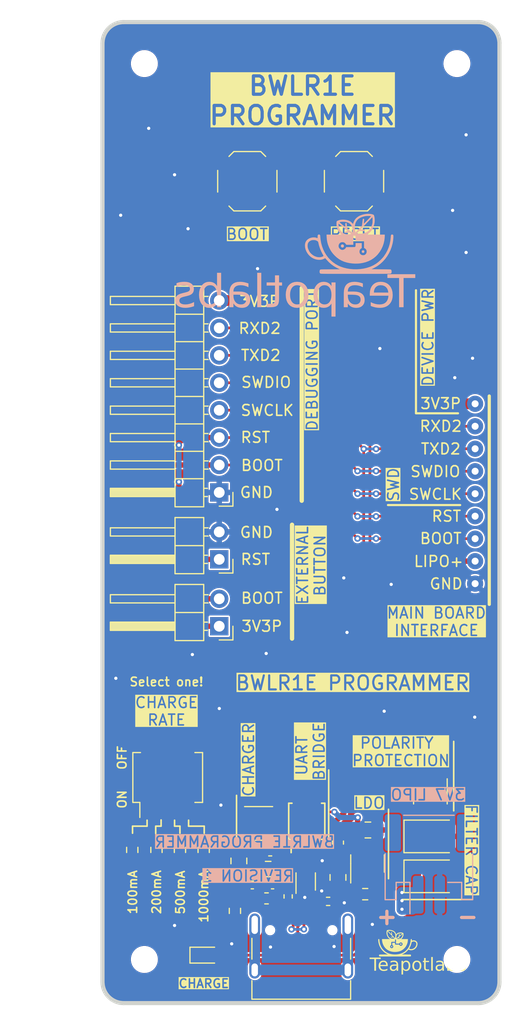
<source format=kicad_pcb>
(kicad_pcb (version 20221018) (generator pcbnew)
  (title_block (title "Teapotlabs BWLR1E Programmer") (date "2023-09-06") (rev "1") (company "Teapot Laboratories"))
  (layers (0 "F.Cu" signal) (31 "B.Cu" signal) (34 "B.Paste" user) (35 "F.Paste" user) (36 "B.SilkS" user "B.Silkscreen") (37 "F.SilkS" user "F.Silkscreen") (38 "B.Mask" user) (39 "F.Mask" user) (44 "Edge.Cuts" user))
  (net 0 "")
  (net 1 "GND")
  (net 2 "/RST")
  (net 3 "/SWDIO")
  (net 4 "/SWCLK")
  (net 5 "/RXD2")
  (net 6 "/TXD2")
  (net 7 "+3V3")
  (net 8 "/BOOT")
  (net 9 "Net-(BT1-+)")
  (net 10 "Net-(C4-Pad1)")
  (net 11 "Net-(C5-Pad1)")
  (net 12 "VBUS")
  (net 13 "+BATT")
  (net 14 "Net-(D1-K)")
  (net 15 "Net-(J1-CC1)")
  (net 16 "/D_IN+")
  (net 17 "/D_IN-")
  (net 19 "Net-(J1-CC2)")
  (net 21 "unconnected-(J1-SHIELD-PadS1)")
  (net 22 "Net-(R1-Pad1)")
  (net 23 "Net-(R2-Pad1)")
  (net 24 "Net-(R4-Pad1)")
  (net 25 "Net-(R3-Pad1)")
  (net 26 "Net-(U1-STAT)")
  (net 27 "Net-(U3-EN)")
  (net 28 "Net-(U1-PROG)")
  (net 29 "/D+")
  (net 30 "/D-")
  (net 35 "/3V3P")
  (footprint "Button_Switch_SMD:SW_SPST_TL3342" (layer "F.Cu") (at 151.45 67.9 180)
    (fp_text reference "SW2")
    (fp_text value "TL3342F160QG")
  )
  (footprint "Package_TO_SOT_SMD:SOT-23" (layer "F.Cu") (at 158.5366 124.9375 -90)
    (fp_text reference "Q1")
    (fp_text value "AO3407A")
  )
  (footprint "Capacitor_SMD:C_0805_2012Metric" (layer "F.Cu") (at 140.7668 130.871 90)
    (fp_text reference "C6")
    (fp_text value "10u")
  )
  (footprint "MountingHole:MountingHole_2.2mm_M2" (layer "F.Cu") (at 161 140)
    (fp_text reference "H4")
    (fp_text value "MountingHole")
  )
  (footprint "Resistor_SMD:R_0402_1005Metric" (layer "F.Cu") (at 149.0472 134.62)
    (fp_text reference "R6")
    (fp_text value "5.1K")
  )
  (footprint "LED_SMD:LED_0603_1608Metric" (layer "F.Cu") (at 137.7125 139.6)
    (fp_text reference "D1")
    (fp_text value "ORANGE")
  )
  (footprint "Resistor_SMD:R_0603_1608Metric" (layer "F.Cu") (at 152.4884 133.9494 180)
    (fp_text reference "R8")
    (fp_text value "10K")
  )
  (footprint "Capacitor_SMD:C_0402_1005Metric" (layer "F.Cu") (at 143.8936 133.096)
    (fp_text reference "C4")
    (fp_text value "10n")
  )
  (footprint "Resistor_SMD:R_0603_1608Metric" (layer "F.Cu") (at 130.875 129.85 -90)
    (fp_text reference "R1")
    (fp_text value "10K")
  )
  (footprint "MountingHole:MountingHole_2.2mm_M2" (layer "F.Cu") (at 132 140)
    (fp_text reference "H1")
    (fp_text value "MountingHole")
  )
  (footprint "Connector_PinHeader_2.54mm:PinHeader_1x08_P2.54mm_Horizontal" (layer "F.Cu") (at 138.9442 96.7318 180)
    (fp_text reference "J2")
    (fp_text value "PinHeader_1x08_P2.54mm_Horizontal")
  )
  (footprint "Inductor_SMD:L_0603_1608Metric" (layer "F.Cu") (at 143.3321 134.3406 180)
    (fp_text reference "FB1")
    (fp_text value "MMZ1608B601CTAH0")
  )
  (footprint "Package_TO_SOT_SMD:SOT-23-5" (layer "F.Cu") (at 143.0981 127.3962)
    (fp_text reference "U1")
    (fp_text value "MCP73831T-2ACI/OT")
  )
  (footprint "Connector_PinHeader_2.54mm:PinHeader_1x02_P2.54mm_Horizontal" (layer "F.Cu") (at 138.9442 102.9294 180)
    (fp_text reference "J3")
    (fp_text value "PinHeader_1x02_P2.54mm_Horizontal")
  )
  (footprint "Capacitor_Tantalum_SMD:CP_EIA-3528-15_AVX-H" (layer "F.Cu") (at 158.5462 128.5974)
    (fp_text reference "C1")
    (fp_text value "330u")
  )
  (footprint "Capacitor_Tantalum_SMD:CP_EIA-3528-15_AVX-H" (layer "F.Cu") (at 158.5462 132.2974)
    (fp_text reference "C2")
    (fp_text value "330u")
  )
  (footprint "MountingHole:MountingHole_2.2mm_M2" (layer "F.Cu") (at 132 57)
    (fp_text reference "H2")
    (fp_text value "MountingHole")
  )
  (footprint "MountingHole:MountingHole_2.2mm_M2" (layer "F.Cu") (at 161 57)
    (fp_text reference "H3")
    (fp_text value "MountingHole")
  )
  (footprint "Button_Switch_SMD:SW_SPST_TL3342" (layer "F.Cu") (at 141.55 67.9 180)
    (fp_text reference "SW3")
    (fp_text value "TL3342F160QG")
  )
  (footprint "Capacitor_SMD:C_0402_1005Metric" (layer "F.Cu") (at 142.014 133.096 180)
    (fp_text reference "C5")
    (fp_text value "100n")
  )
  (footprint "Package_SO:MSOP-10_3x3mm_P0.5mm" (layer "F.Cu") (at 147.066 127.2 90)
    (fp_text reference "U4")
    (fp_text value "CH340E")
  )
  (footprint "Button_Switch_SMD:SW_DIP_SPSTx04_Slide_Omron_A6H-4101_W6.15mm_P1.27mm" (layer "F.Cu") (at 134.1628 123.1408 90)
    (fp_text reference "SW1")
    (fp_text value "A6H-4101")
  )
  (footprint "Fuse:Fuse_0805_2012Metric" (layer "F.Cu") (at 143.4846 131.6228)
    (fp_text reference "F1")
    (fp_text value "0.75A")
  )
  (footprint "bwlr1e_prog:TeapotLogo4mm" (layer "F.Cu") (at 155.5 138.45)
    (fp_text reference "G***")
    (fp_text value "LOGO" hide)
  )
  (footprint "Capacitor_SMD:C_0805_2012Metric" (layer "F.Cu") (at 149.9616 132.4 -90)
    (fp_text reference "C7")
    (fp_text value "10u")
  )
  (footprint "bwlr1e_prog:USB_C_Receptacle_XKB_U262-16XN-4BVC11" (layer "F.Cu") (at 146.556 139.895)
    (fp_text reference "J1")
    (fp_text value "U262-161N-4BVC11")
  )
  (footprint "bwlr1e_prog:EdgeCut_BWLR1E" (layer "F.Cu") (at 149.8 96.032468)
    (fp_text reference "REF**")
    (fp_text value "EdgeCut_BWLR1E")
    (fp_line (start -21.684779 -40.911666) (end -21.684779 -40.911666) (stroke (width 0.380999)) (layer "Edge.Cuts"))
    (fp_line (start -21.684779 -40.911666) (end -21.684779 -40.911666) (stroke (width 0.380999)) (layer "Edge.Cuts"))
    (fp_line (start -21.684779 -40.911666) (end -21.682225 -41.012698) (stroke (width 0.380999)) (layer "Edge.Cuts"))
    (fp_line (start -21.684778 46.046731) (end -21.684779 -40.911666) (stroke (width 0.380999)) (layer "Edge.Cuts"))
    (fp_line (start -21.684778 46.046731) (end -21.684778 46.046731) (stroke (width 0.380999)) (layer "Edge.Cuts"))
    (fp_line (start -21.682225 -41.012698) (end -21.674643 -41.112403) (stroke (width 0.380999)) (layer "Edge.Cuts"))
    (fp_line (start -21.682223 46.147762) (end -21.684778 46.046731) (stroke (width 0.380999)) (layer "Edge.Cuts"))
    (fp_line (start -21.674643 -41.112403) (end -21.662158 -41.210658) (stroke (width 0.380999)) (layer "Edge.Cuts"))
    (fp_line (start -21.674642 46.247467) (end -21.682223 46.147762) (stroke (width 0.380999)) (layer "Edge.Cuts"))
    (fp_line (start -21.662158 -41.210658) (end -21.644892 -41.30734) (stroke (width 0.380999)) (layer "Edge.Cuts"))
    (fp_line (start -21.662156 46.345722) (end -21.674642 46.247467) (stroke (width 0.380999)) (layer "Edge.Cuts"))
    (fp_line (start -21.644892 -41.30734) (end -21.62297 -41.402326) (stroke (width 0.380999)) (layer "Edge.Cuts"))
    (fp_line (start -21.644891 46.442404) (end -21.662156 46.345722) (stroke (width 0.380999)) (layer "Edge.Cuts"))
    (fp_line (start -21.62297 -41.402326) (end -21.596513 -41.495492) (stroke (width 0.380999)) (layer "Edge.Cuts"))
    (fp_line (start -21.622968 46.537389) (end -21.644891 46.442404) (stroke (width 0.380999)) (layer "Edge.Cuts"))
    (fp_line (start -21.596513 -41.495492) (end -21.565647 -41.586715) (stroke (width 0.380999)) (layer "Edge.Cuts"))
    (fp_line (start -21.596512 46.630555) (end -21.622968 46.537389) (stroke (width 0.380999)) (layer "Edge.Cuts"))
    (fp_line (start -21.565647 -41.586715) (end -21.530494 -41.675872) (stroke (width 0.380999)) (layer "Edge.Cuts"))
    (fp_line (start -21.565646 46.721778) (end -21.596512 46.630555) (stroke (width 0.380999)) (layer "Edge.Cuts"))
    (fp_line (start -21.530494 -41.675872) (end -21.491177 -41.762839) (stroke (width 0.380999)) (layer "Edge.Cuts"))
    (fp_line (start -21.530492 46.810934) (end -21.565646 46.721778) (stroke (width 0.380999)) (layer "Edge.Cuts"))
    (fp_line (start -21.491177 -41.762839) (end -21.44782 -41.847493) (stroke (width 0.380999)) (layer "Edge.Cuts"))
    (fp_line (start -21.491175 46.897901) (end -21.530492 46.810934) (stroke (width 0.380999)) (layer "Edge.Cuts"))
    (fp_line (start -21.44782 -41.847493) (end -21.400546 -41.92971) (stroke (width 0.380999)) (layer "Edge.Cuts"))
    (fp_line (start -21.447818 46.982555) (end -21.491175 46.897901) (stroke (width 0.380999)) (layer "Edge.Cuts"))
    (fp_line (start -21.400546 -41.92971) (end -21.349479 -42.009367) (stroke (width 0.380999)) (layer "Edge.Cuts"))
    (fp_line (start -21.400544 47.064772) (end -21.447818 46.982555) (stroke (width 0.380999)) (layer "Edge.Cuts"))
    (fp_line (start -21.349479 -42.009367) (end -21.294741 -42.086341) (stroke (width 0.380999)) (layer "Edge.Cuts"))
    (fp_line (start -21.349477 47.144429) (end -21.400544 47.064772) (stroke (width 0.380999)) (layer "Edge.Cuts"))
    (fp_line (start -21.294741 -42.086341) (end -21.236457 -42.160508) (stroke (width 0.380999)) (layer "Edge.Cuts"))
    (fp_line (start -21.29474 47.221403) (end -21.349477 47.144429) (stroke (width 0.380999)) (layer "Edge.Cuts"))
    (fp_line (start -21.236457 -42.160508) (end -21.17475 -42.231746) (stroke (width 0.380999)) (layer "Edge.Cuts"))
    (fp_line (start -21.236456 47.295571) (end -21.29474 47.221403) (stroke (width 0.380999)) (layer "Edge.Cuts"))
    (fp_line (start -21.17475 -42.231746) (end -21.109742 -42.29993) (stroke (width 0.380999)) (layer "Edge.Cuts"))
    (fp_line (start -21.174748 47.366808) (end -21.236456 47.295571) (stroke (width 0.380999)) (layer "Edge.Cuts"))
    (fp_line (start -21.109742 -42.29993) (end -21.041558 -42.364938) (stroke (width 0.380999)) (layer "Edge.Cuts"))
    (fp_line (start -21.109741 47.434993) (end -21.174748 47.366808) (stroke (width 0.380999)) (layer "Edge.Cuts"))
    (fp_line (start -21.041558 -42.364938) (end -20.97032 -42.426645) (stroke (width 0.380999)) (layer "Edge.Cuts"))
    (fp_line (start -21.041556 47.5) (end -21.109741 47.434993) (stroke (width 0.380999)) (layer "Edge.Cuts"))
    (fp_line (start -20.97032 -42.426645) (end -20.896153 -42.484929) (stroke (width 0.380999)) (layer "Edge.Cuts"))
    (fp_line (start -20.970319 47.561708) (end -21.041556 47.5) (stroke (width 0.380999)) (layer "Edge.Cuts"))
    (fp_line (start -20.896153 -42.484929) (end -20.819179 -42.539667) (stroke (width 0.380999)) (layer "Edge.Cuts"))
    (fp_line (start -20.896152 47.619992) (end -20.970319 47.561708) (stroke (width 0.380999)) (layer "Edge.Cuts"))
    (fp_line (start -20.819179 -42.539667) (end -20.739522 -42.590734) (stroke (width 0.380999)) (layer "Edge.Cuts"))
    (fp_line (start -20.819177 47.67473) (end -20.896152 47.619992) (stroke (width 0.380999)) (layer "Edge.Cuts"))
    (fp_line (start -20.739522 -42.590734) (end -20.657304 -42.638008) (stroke (width 0.380999)) (layer "Edge.Cuts"))
    (fp_line (start -20.73952 47.725797) (end -20.819177 47.67473) (stroke (width 0.380999)) (layer "Edge.Cuts"))
    (fp_line (start -20.657304 -42.638008) (end -20.572651 -42.681365) (stroke (width 0.380999)) (layer "Edge.Cuts"))
    (fp_line (start -20.657303 47.773071) (end -20.73952 47.725797) (stroke (width 0.380999)) (layer "Edge.Cuts"))
    (fp_line (start -20.572651 -42.681365) (end -20.485684 -42.720681) (stroke (width 0.380999)) (layer "Edge.Cuts"))
    (fp_line (start -20.572649 47.816429) (end -20.657303 47.773071) (stroke (width 0.380999)) (layer "Edge.Cuts"))
    (fp_line (start -20.485684 -42.720681) (end -20.396527 -42.755835) (stroke (width 0.380999)) (layer "Edge.Cuts"))
    (fp_line (start -20.485683 47.855746) (end -20.572649 47.816429) (stroke (width 0.380999)) (layer "Edge.Cuts"))
    (fp_line (start -20.396527 -42.755835) (end -20.305304 -42.786701) (stroke (width 0.380999)) (layer "Edge.Cuts"))
    (fp_line (start -20.396526 47.890899) (end -20.485683 47.855746) (stroke (width 0.380999)) (layer "Edge.Cuts"))
    (fp_line (start -20.305304 -42.786701) (end -20.212138 -42.813157) (stroke (width 0.380999)) (layer "Edge.Cuts"))
    (fp_line (start -20.305303 47.921766) (end -20.396526 47.890899) (stroke (width 0.380999)) (layer "Edge.Cuts"))
    (fp_line (start -20.212138 -42.813157) (end -20.117152 -42.83508) (stroke (width 0.380999)) (layer "Edge.Cuts"))
    (fp_line (start -20.212137 47.948222) (end -20.305303 47.921766) (stroke (width 0.380999)) (layer "Edge.Cuts"))
    (fp_line (start -20.117152 -42.83508) (end -20.02047 -42.852346) (stroke (width 0.380999)) (layer "Edge.Cuts"))
    (fp_line (start -20.117151 47.970145) (end -20.212137 47.948222) (stroke (width 0.380999)) (layer "Edge.Cuts"))
    (fp_line (start -20.02047 -42.852346) (end -19.922215 -42.864831) (stroke (width 0.380999)) (layer "Edge.Cuts"))
    (fp_line (start -20.020469 47.98741) (end -20.117151 47.970145) (stroke (width 0.380999)) (layer "Edge.Cuts"))
    (fp_line (start -19.922215 -42.864831) (end -19.82251 -42.872413) (stroke (width 0.380999)) (layer "Edge.Cuts"))
    (fp_line (start -19.922213 47.999896) (end -20.020469 47.98741) (stroke (width 0.380999)) (layer "Edge.Cuts"))
    (fp_line (start -19.82251 -42.872413) (end -19.721479 -42.874967) (stroke (width 0.380999)) (layer "Edge.Cuts"))
    (fp_line (start -19.822509 48.007478) (end -19.922213 47.999896) (stroke (width 0.380999)) (layer "Edge.Cuts"))
    (fp_line (start -19.721479 -42.874967) (end -19.721479 -42.874967) (stroke (width 0.380999)) (layer "Edge.Cuts"))
    (fp_line (start -19.721479 -42.874967) (end 13.179921 -42.874967) (stroke (width 0.380999)) (layer "Edge.Cuts"))
    (fp_line (start -19.721477 48.010032) (end -19.822509 48.007478) (stroke (width 0.380999)) (layer "Edge.Cuts"))
    (fp_line (start -19.721477 48.010032) (end -19.721477 48.010032) (stroke (width 0.380999)) (layer "Edge.Cuts"))
    (fp_line (start 13.179921 -42.874967) (end 13.179921 -42.874967) (stroke (width 0.380999)) (layer "Edge.Cuts"))
    (fp_line (start 13.179921 -42.874967) (end 13.277275 -42.872554) (stroke (width 0.380999)) (layer "Edge.Cuts"))
    (fp_line (start 13.179921 48.010032) (end -19.721477 48.010032) (stroke (width 0.380999)) (layer "Edge.Cuts"))
    (fp_line (start 13.179921 48.010032) (end 13.179921 48.010032) (stroke (width 0.380999)) (layer "Edge.Cuts"))
    (fp_line (start 13.277275 -42.872554) (end 13.373969 -42.86536) (stroke (width 0.380999)) (layer "Edge.Cuts"))
    (fp_line (start 13.280952 48.007478) (end 13.179921 48.010032) (stroke (width 0.380999)) (layer "Edge.Cuts"))
    (fp_line (start 13.373969 -42.86536) (end 13.469841 -42.853451) (stroke (width 0.380999)) (layer "Edge.Cuts"))
    (fp_line (start 13.380657 47.999896) (end 13.280952 48.007478) (stroke (width 0.380999)) (layer "Edge.Cuts"))
    (fp_line (start 13.469841 -42.853451) (end 13.564731 -42.836894) (stroke (width 0.380999)) (layer "Edge.Cuts"))
    (fp_line (start 13.478912 47.98741) (end 13.380657 47.999896) (stroke (width 0.380999)) (layer "Edge.Cuts"))
    (fp_line (start 13.564731 -42.836894) (end 13.658477 -42.815756) (stroke (width 0.380999)) (layer "Edge.Cuts"))
    (fp_line (start 13.575594 47.970145) (end 13.478912 47.98741) (stroke (width 0.380999)) (layer "Edge.Cuts"))
    (fp_line (start 13.658477 -42.815756) (end 13.750918 -42.790103) (stroke (width 0.380999)) (layer "Edge.Cuts"))
    (fp_line (start 13.67058 47.948222) (end 13.575594 47.970145) (stroke (width 0.380999)) (layer "Edge.Cuts"))
    (fp_line (start 13.750918 -42.790103) (end 13.841895 -42.760002) (stroke (width 0.380999)) (layer "Edge.Cuts"))
    (fp_line (start 13.763746 47.921766) (end 13.67058 47.948222) (stroke (width 0.380999)) (layer "Edge.Cuts"))
    (fp_line (start 13.841895 -42.760002) (end 13.931245 -42.72552) (stroke (width 0.380999)) (layer "Edge.Cuts"))
    (fp_line (start 13.85497 47.890899) (end 13.763746 47.921766) (stroke (width 0.380999)) (layer "Edge.Cuts"))
    (fp_line (start 13.931245 -42.72552) (end 14.018807 -42.686723) (stroke (width 0.380999)) (layer "Edge.Cuts"))
    (fp_line (start 13.944126 47.855746) (end 13.85497 47.890899) (stroke (width 0.380999)) (layer "Edge.Cuts"))
    (fp_line (start 14.018807 -42.686723) (end 14.104422 -42.643678) (stroke (width 0.380999)) (layer "Edge.Cuts"))
    (fp_line (start 14.031093 47.816429) (end 13.944126 47.855746) (stroke (width 0.380999)) (layer "Edge.Cuts"))
    (fp_line (start 14.104422 -42.643678) (end 14.187927 -42.596451) (stroke (width 0.380999)) (layer "Edge.Cuts"))
    (fp_line (start 14.115747 47.773071) (end 14.031093 47.816429) (stroke (width 0.380999)) (layer "Edge.Cuts"))
    (fp_line (start 14.187927 -42.596451) (end 14.269163 -42.54511) (stroke (width 0.380999)) (layer "Edge.Cuts"))
    (fp_line (start 14.197964 47.725797) (end 14.115747 47.773071) (stroke (width 0.380999)) (layer "Edge.Cuts"))
    (fp_line (start 14.269163 -42.54511) (end 14.347967 -42.48972) (stroke (width 0.380999)) (layer "Edge.Cuts"))
    (fp_line (start 14.277621 47.67473) (end 14.197964 47.725797) (stroke (width 0.380999)) (layer "Edge.Cuts"))
    (fp_line (start 14.347967 -42.48972) (end 14.42418 -42.430349) (stroke (width 0.380999)) (layer "Edge.Cuts"))
    (fp_line (start 14.354595 47.619992) (end 14.277621 47.67473) (stroke (width 0.380999)) (layer "Edge.Cuts"))
    (fp_line (start 14.42418 -42.430349) (end 14.49764 -42.367064) (stroke (width 0.380999)) (layer "Edge.Cuts"))
    (fp_line (start 14.428762 47.561708) (end 14.354595 47.619992) (stroke (width 0.380999)) (layer "Edge.Cuts"))
    (fp_line (start 14.49764 -42.367064) (end 14.568186 -42.29993) (stroke (width 0.380999)) (layer "Edge.Cuts"))
    (fp_line (start 14.5 47.5) (end 14.428762 47.561708) (stroke (width 0.380999)) (layer "Edge.Cuts"))
    (fp_line (start 14.568184 47.434993) (end 14.5 47.5) (stroke (width 0.380999)) (layer "Edge.Cuts"))
    (fp_line (start 14.568186 -42.29993) (end 14.568186 -42.29993) (stroke (width 0.380999)) (layer "Edge.Cuts"))
    (fp_line (start 14.568186 -42.29993) (end 14.635319 -42.229384) (stroke (width 0.380999)) (layer "Edge.Cuts"))
    (fp_line (start 14.633192 47.366808) (end 14.568184 47.434993) (stroke (width 0.380999)) (layer "Edge.Cuts"))
    (fp_line (start 14.635319 -42.229384) (end 14.698604 -42.155924) (stroke (width 0.380999)) (layer "Edge.Cuts"))
    (fp_line (start 14.694899 47.295571) (end 14.633192 47.366808) (stroke (width 0.380999)) (layer "Edge.Cuts"))
    (fp_line (start 14.698604 -42.155924) (end 14.757974 -42.079711) (stroke (width 0.380999)) (layer "Edge.Cuts"))
    (fp_line (start 14.753183 47.221403) (end 14.694899 47.295571) (stroke (width 0.380999)) (layer "Edge.Cuts"))
    (fp_line (start 14.757974 -42.079711) (end 14.813363 -42.000907) (stroke (width 0.380999)) (layer "Edge.Cuts"))
    (fp_line (start 14.807921 47.144429) (end 14.753183 47.221403) (stroke (width 0.380999)) (layer "Edge.Cuts"))
    (fp_line (start 14.813363 -42.000907) (end 14.864705 -41.919671) (stroke (width 0.380999)) (layer "Edge.Cuts"))
    (fp_line (start 14.858988 47.064772) (end 14.807921 47.144429) (stroke (width 0.380999)) (layer "Edge.Cuts"))
    (fp_line (start 14.864705 -41.919671) (end 14.911931 -41.836166) (stroke (width 0.380999)) (layer "Edge.Cuts"))
    (fp_line (start 14.906262 46.982555) (end 14.858988 47.064772) (stroke (width 0.380999)) (layer "Edge.Cuts"))
    (fp_line (start 14.911931 -41.836166) (end 14.954976 -41.750552) (stroke (width 0.380999)) (layer "Edge.Cuts"))
    (fp_line (start 14.949619 46.897901) (end 14.906262 46.982555) (stroke (width 0.380999)) (layer "Edge.Cuts"))
    (fp_line (start 14.954976 -41.750552) (end 14.993773 -41.662989) (stroke (width 0.380999)) (layer "Edge.Cuts"))
    (fp_line (start 14.988936 46.810934) (end 14.949619 46.897901) (stroke (width 0.380999)) (layer "Edge.Cuts"))
    (fp_line (start 14.993773 -41.662989) (end 15.028256 -41.573639) (stroke (width 0.380999)) (layer "Edge.Cuts"))
    (fp_line (start 15.024089 46.721778) (end 14.988936 46.810934) (stroke (width 0.380999)) (layer "Edge.Cuts"))
    (fp_line (start 15.028256 -41.573639) (end 15.058357 -41.482663) (stroke (width 0.380999)) (layer "Edge.Cuts"))
    (fp_line (start 15.054955 46.630555) (end 15.024089 46.721778) (stroke (width 0.380999)) (layer "Edge.Cuts"))
    (fp_line (start 15.058357 -41.482663) (end 15.08401 -41.390222) (stroke (width 0.380999)) (layer "Edge.Cuts"))
    (fp_line (start 15.081412 46.537389) (end 15.054955 46.630555) (stroke (width 0.380999)) (layer "Edge.Cuts"))
    (fp_line (start 15.08401 -41.390222) (end 15.105148 -41.296476) (stroke (width 0.380999)) (layer "Edge.Cuts"))
    (fp_line (start 15.103334 46.442404) (end 15.081412 46.537389) (stroke (width 0.380999)) (layer "Edge.Cuts"))
    (fp_line (start 15.105148 -41.296476) (end 15.121705 -41.201587) (stroke (width 0.380999)) (layer "Edge.Cuts"))
    (fp_line (start 15.1206 46.345722) (end 15.103334 46.442404) (stroke (width 0.380999)) (layer "Edge.Cuts"))
    (fp_line (start 15.121705 -41.201587) (end 15.133614 -41.105715) (stroke (width 0.380999)) (layer "Edge.Cuts"))
    (fp_line (start 15.133085 46.247467) (end 15.1206 46.345722) (stroke (width 0.380999)) (layer "Edge.Cuts"))
    (fp_line (start 15.133614 -41.105715) (end 15.140809 -41.009021) (stroke (width 0.380999)) (layer "Edge.Cuts"))
    (fp_line (start 15.140667 46.147762) (end 15.133085 46.247467) (stroke (width 0.380999)) (layer "Edge.Cuts"))
    (fp_line (start 15.140809 -41.009021) (end 15.143222 -40.911666) (stroke (width 0.380999)) (layer "Edge.Cuts"))
    (fp_line (start 15.143222 -40.911666) (end 15.143222 -40.911666) (stroke (width 0.380999)) (layer "Edge.Cuts"))
    (fp_line (start 15.143222 -40.911666) (end 15.143222 46.046731) (stroke (width 0.380999)) (layer "Edge.Cuts"))
    (fp_line (start 15.143222 46.046731) (end 15.140667 46.147762) (stroke (width 0.380999)) (layer "Edge.Cuts"))
    (fp_line (start 15.143222 46.046731) (end 15.143222 46.046731) (stroke (width 0.380999)) (layer "Edge.Cuts"))
  )
  (footprint "Resistor_SMD:R_0402_1005Metric" (layer "F.Cu") (at 145.3388 134.1608 90)
    (fp_text reference "R5")
    (fp_text value "5.1K")
  )
  (footprint "Capacitor_SMD:C_0603_1608Metric" (layer "F.Cu") (at 149.9616 129.1714 -90)
    (fp_text reference "C9")
    (fp_text value "100n")
  )
  (footprint "Resistor_SMD:R_0603_1608Metric" (layer "F.Cu") (at 133.1194 129.85 -90)
    (fp_text reference "R2")
    (fp_text value "5.1K")
  )
  (footprint "Capacitor_SMD:C_0805_2012Metric" (layer "F.Cu") (at 152.7404 128.0058 180)
    (fp_text reference "C8")
    (fp_text value "10u")
  )
  (footprint "Connector_PinHeader_2.54mm:PinHeader_1x02_P2.54mm_Horizontal" (layer "F.Cu") (at 138.9442 109.127 180)
    (fp_text reference "J4")
    (fp_text value "PinHeader_1x02_P2.54mm_Horizontal")
  )
  (footprint "Resistor_SMD:R_0603_1608Metric" (layer "F.Cu") (at 135.3 129.85 -90)
    (fp_text reference "R3")
    (fp_text value "2K")
  )
  (footprint "Package_TO_SOT_SMD:SOT-23-5" (layer "F.Cu") (at 152.7048 131.1101 90)
    (fp_text reference "U3")
    (fp_text value "XC6220B331MR-G")
  )
  (footprint "Resistor_SMD:R_0603_1608Metric" (layer "F.Cu") (at 140.4 135.5 -90)
    (fp_text reference "R7")
    (fp_text value "1K")
  )
  (footprint "Resistor_SMD:R_0603_1608Metric" (layer "F.Cu") (at 137.5 129.85 -90)
    (fp_text reference "R4")
    (fp_text value "1K")
  )
  (footprint "Package_TO_SOT_SMD:SOT-666" (layer "F.Cu") (at 146.9685 132.7776 90)
    (fp_text reference "U2")
    (fp_text value "USBLC6-2P6")
  )
  (footprint "Capacitor_SMD:C_0603_1608Metric" (layer "F.Cu") (at 143.6748 129.8956 180)
    (fp_text reference "C3")
    (fp_text value "10u")
  )
  (footprint "bwlr1e_prog:JST_PH_S2B-PH-SM4-TB_1x02-1MP_P2.00mm_Horizontal" (layer "B.Cu") (at 158.4 131.15)
    (fp_text reference "BT1")
    (fp_text value "S2B-PH-SM4-TB")
  )
  (footprint "bwlr1e_prog:90055-AS" (layer "B.Cu") (at 162.687 105.1814 -90)
    (fp_text reference "TP9")
    (fp_text value "90055-AS")
  )
  (footprint "bwlr1e_prog:90055-AS" (layer "B.Cu") (at 162.687 90.6018 -90)
    (fp_text reference "TP4")
    (fp_text value "90055-AS")
  )
  (footprint "bwlr1e_prog:90055-AS" (layer "B.Cu") (at 162.687 88.519 180)
    (fp_text reference "TP1")
    (fp_text value "90055-AS")
  )
  (footprint "bwlr1e_prog:TeapotLogo" (layer "B.Cu") (at 151.472433 73.631975 180)
    (fp_text reference "G***")
    (fp_text value "LOGO" hide)
  )
  (footprint "bwlr1e_prog:90055-AS" (layer "B.Cu") (at 162.687 98.933 -90)
    (fp_text reference "TP6")
    (fp_text value "90055-AS")
  )
  (footprint "bwlr1e_prog:90055-AS" (layer "B.Cu") (at 162.687 92.6846 -90)
    (fp_text reference "TP3")
    (fp_text value "90055-AS")
  )
  (footprint "bwlr1e_prog:90055-AS" (layer "B.Cu") (at 162.687 103.0986 -90)
    (fp_text reference "TP2")
    (fp_text value "90055-AS")
  )
  (footprint "bwlr1e_prog:90055-AS" (layer "B.Cu") (at 162.687 96.8502 -90)
    (fp_text reference "TP7")
    (fp_text value "90055-AS")
  )
  (footprint "bwlr1e_prog:90055-AS" (layer "B.Cu") (at 162.687 101.0158 90)
    (fp_text reference "TP5")
    (fp_text value "90055-AS")
  )
  (footprint "bwlr1e_prog:90055-AS" (layer "B.Cu") (at 162.687 94.7674 -90)
    (fp_text reference "TP8")
    (fp_text value "90055-AS")
  )
  (gr_line (start 135.3 127.65) (end 135.3 128.3) (stroke (width 0.15)) (layer "F.SilkS"))
  (gr_line (start 130.9 127.65) (end 130.9 128.3) (stroke (width 0.15)) (layer "F.SilkS"))
  (gr_line (start 132.25 127.65) (end 130.9 127.65) (stroke (width 0.15)) (layer "F.SilkS"))
  (gr_line (start 132.25 127.1) (end 132.25 127.65) (stroke (width 0.15)) (layer "F.SilkS"))
  (gr_line (start 154.65 126.0875) (end 154.65 132.5125) (stroke (width 0.15)) (layer "F.SilkS"))
  (gr_line (start 149.1 122.4484) (end 149.1 128.8734) (stroke (width 0.15)) (layer "F.SilkS"))
  (gr_line (start 133.55 127.075) (end 133.55 127.625) (stroke (width 0.15)) (layer "F.SilkS"))
  (gr_line (start 133.55 127.65) (end 133.05 127.65) (stroke (width 0.15)) (layer "F.SilkS"))
  (gr_line (start 164 107.1) (end 164 87.8) (stroke (width 0.3)) (layer "F.SilkS"))
  (gr_line (start 136.1 127.65) (end 137.55 127.65) (stroke (width 0.15)) (layer "F.SilkS"))
  (gr_line (start 155.925 134.45) (end 162.35 134.45) (stroke (width 0.15)) (layer "F.SilkS"))
  (gr_line (start 136.1 127.1) (end 136.1 127.65) (stroke (width 0.15)) (layer "F.SilkS"))
  (gr_line (start 154.6 97.9) (end 161.3 97.9) (stroke (width 0.2)) (layer "F.SilkS"))
  (gr_line (start 133.05 127.675) (end 133.05 128.325) (stroke (width 0.15)) (layer "F.SilkS"))
  (gr_line (start 160.7 119.8) (end 160.7 126.225) (stroke (width 0.15)) (layer "F.SilkS"))
  (gr_line (start 157.2 89.4) (end 161.1 89.4) (stroke (width 0.2)) (layer "F.SilkS"))
  (gr_line (start 134.8 127.65) (end 135.3 127.65) (stroke (width 0.15)) (layer "F.SilkS"))
  (gr_line (start 137.55 127.65) (end 137.55 128.3) (stroke (width 0.15)) (layer "F.SilkS"))
  (gr_line (start 134.8 127.1) (end 134.8 127.65) (stroke (width 0.15)) (layer "F.SilkS"))
  (gr_line (start 145.7 110.275) (end 145.7 99.725) (stroke (width 0.4)) (layer "F.SilkS"))
  (gr_line (start 140.55 124.8) (end 140.55 128.95) (stroke (width 0.15)) (layer "F.SilkS"))
  (gr_line (start 157.2 89.4) (end 157.2 78) (stroke (width 0.2)) (layer "F.SilkS"))
  (gr_line (start 146.6 97.5) (end 146.6 77.8) (stroke (width 0.4)) (layer "F.SilkS"))
  (gr_text "Teapotlabs" (at 157.122433 80.081975) (layer "B.SilkS") (effects (font (size 3 3)) (justify left bottom mirror)))
  (gr_text "-" (at 162 136) (layer "B.SilkS") (effects (font (size 1.5 1.5) (thickness 0.3)) (justify mirror)))
  (gr_text "REVISION 1" (at 145.95 132.85) (layer "B.SilkS" knockout) (effects (font (size 1 1)) (justify left bottom mirror)))
  (gr_text "+" (at 154.5 136) (layer "B.SilkS") (effects (font (size 1.5 1.5) (thickness 0.3)) (justify mirror)))
  (gr_text "3V7 LIPO" (at 158.3 124.75) (layer "B.SilkS" knockout) (effects (font (size 1 1)) (justify mirror)))
  (gr_text "BWLR1E PROGRAMMER" (at 149.75 129.7) (layer "B.SilkS" knockout) (effects (font (size 1 1)) (justify left bottom mirror)))
  (gr_text "3V3P" (at 142.7 79.03) (layer "F.SilkS") (effects (font (size 1 1))))
  (gr_text "UART \nBRIDGE" (at 148.8 120.7234 90) (layer "F.SilkS" knockout) (effects (font (size 1 1)) (justify bottom)))
  (gr_text "POLARITY \nPROTECTION" (at 155.8 122.15) (layer "F.SilkS" knockout) (effects (font (size 1 1)) (justify bottom)))
  (gr_text "100mA" (at 131.383 135.8814 90) (layer "F.SilkS") (effects (font (size 0.8 0.8)) (justify left bottom)))
  (gr_text "Teapotlabs" (at 152.9 141.25) (layer "F.SilkS") (effects (font (size 1.2 1.2)) (justify left bottom)))
  (gr_text "RXD2" (at 159.5 90.6) (layer "F.SilkS") (effects (font (size 1 1))))
  (gr_text "SWCLK" (at 159 96.9) (layer "F.SilkS") (effects (font (size 1 1))))
  (gr_text "EXTERNAL\nBUTTON" (at 148.875 103.5 90) (layer "F.SilkS" knockout) (effects (font (size 1 1)) (justify bottom)))
  (gr_text "OFF" (at 130.4 122.5 90) (layer "F.SilkS") (effects (font (size 0.8 0.8)) (justify left bottom)))
  (gr_text "TXD2" (at 142.8 84.03) (layer "F.SilkS") (effects (font (size 1 1))))
  (gr_text "RESET" (at 149.15 73.4) (layer "F.SilkS" knockout) (effects (font (size 1 1)) (justify left bottom)))
  (gr_text "SWCLK" (at 143.4 89.13) (layer "F.SilkS") (effects (font (size 1 1))))
  (gr_text "RST" (at 160.02 98.933) (layer "F.SilkS") (effects (font (size 1 1))))
  (gr_text "1000mA" (at 137.9826 136.6688 90) (layer "F.SilkS") (effects (font (size 0.8 0.8)) (justify left bottom)))
  (gr_text "RST" (at 142.3 91.63) (layer "F.SilkS") (effects (font (size 1 1))))
  (gr_text "BWLR1E PROGRAMMER" (at 140.35 115.15) (layer "F.SilkS" knockout) (effects (font (size 1.3 1.3) (thickness 0.2)) (justify left bottom)))
  (gr_text "200mA" (at 133.602 135.8814 90) (layer "F.SilkS") (effects (font (size 0.8 0.8)) (justify left bottom)))
  (gr_text "GND" (at 142.4 96.73) (layer "F.SilkS") (effects (font (size 1 1))))
  (gr_text "GND" (at 160 105.2) (layer "F.SilkS") (effects (font (size 1 1))))
  (gr_text "CHARGE" (at 137.5125 142.7) (layer "F.SilkS" knockout) (effects (font (size 0.8 0.8)) (justify bottom)))
  (gr_text "Select one!" (at 134.05 114.75) (layer "F.SilkS") (effects (font (size 0.8 0.8)) (justify bottom)))
  (gr_text "500mA" (at 135.808 135.9068 90) (layer "F.SilkS") (effects (font (size 0.8 0.8)) (justify left bottom)))
  (gr_text "BWLR1E\nPROGRAMMER" (at 146.65 62.8) (layer "F.SilkS" knockout) (effects (font (size 1.7 1.7) (thickness 0.3) bold) (justify bottom)))
  (gr_text "CHARGE\nRATE" (at 134.05 118.4) (layer "F.SilkS" knockout) (effects (font (size 1 1)) (justify bottom)))
  (gr_text "TXD2" (at 159.5 92.7) (layer "F.SilkS") (effects (font (size 1 1))))
  (gr_text "RST" (at 142.3 102.93) (layer "F.SilkS") (effects (font (size 1 1))))
  (gr_text "LIPO+" (at 159.3 103.124) (layer "F.SilkS") (effects (font (size 1 1))))
  (gr_text "SWDIO" (at 159 94.8) (layer "F.SilkS") (effects (font (size 1 1))))
  (gr_text "GND" (at 142.4 100.43) (layer "F.SilkS") (effects (font (size 1 1))))
  (gr_text "3V3P" (at 142.9 109.13) (layer "F.SilkS") (effects (font (size 1 1))))
  (gr_text "3V3P" (at 159.5 88.5) (layer "F.SilkS") (effects (font (size 1 1))))
  (gr_text "FILTER CAP" (at 161.75 129.85 -90) (layer "F.SilkS" knockout) (effects (font (size 1 1)) (justify bottom)))
  (gr_text "BOOT" (at 139.5 73.4) (layer "F.SilkS" knockout) (effects (font (size 1 1)) (justify left bottom)))
  (gr_text "DEVICE PWR" (at 158.9 87 90) (layer "F.SilkS" knockout) (effects (font (size 1 1)) (justify left bottom)))
  (gr_text "MAIN BOARD\nINTERFACE" (at 159.1 110.1) (layer "F.SilkS" knockout) (effects (font (size 1 1)) (justify bottom)))
  (gr_text "LDO" (at 152.85 126.1) (layer "F.SilkS" knockout) (effects (font (size 1 1)) (justify bottom)))
  (gr_text "BOOT" (at 142.9 106.53) (layer "F.SilkS") (effects (font (size 1 1))))
  (gr_text "BOOT" (at 159.5 101) (layer "F.SilkS") (effects (font (size 1 1))))
  (gr_text "RXD2" (at 142.7 81.53) (layer "F.SilkS") (effects (font (size 1 1))))
  (gr_text "CHARGER" (at 142.25 121.5 90) (layer "F.SilkS" knockout) (effects (font (size 1 1)) (justify bottom)))
  (gr_text "SWD" (at 155.7 96 90) (layer "F.SilkS" knockout) (effects (font (size 1 1)) (justify bottom)))
  (gr_text "ON" (at 130.4 126.1 90) (layer "F.SilkS") (effects (font (size 0.8 0.8)) (justify left bottom)))
  (gr_text "SWDIO" (at 143.3 86.53) (layer "F.SilkS") (effects (font (size 1 1))))
  (gr_text "BOOT" (at 142.9 94.23) (layer "F.SilkS") (effects (font (size 1 1))))
  (gr_text "DEBUGGING PORT" (at 148.15 84.5 90) (layer "F.SilkS" knockout) (effects (font (size 1 1)) (justify bottom)))
  (segment (start 146.9685 133.7026) (end 146.9685 134.162) (width 0.25) (layer "F.Cu") (net 1))
  (segment (start 146.9685 134.162) (end 146.8805 134.25) (width 0.25) (layer "F.Cu") (net 1))
  (via (at 148.5 130.85) (size 0.6) (drill 0.3) (layers "F.Cu" "B.Cu") (net 1))
  (via (at 143.7 138.85) (size 0.6) (drill 0.3) (layers "F.Cu" "B.Cu") (net 1))
  (via (at 160.6 70.6) (size 0.6) (drill 0.3) (layers "F.Cu" "B.Cu") (net 1))
  (via (at 140.1 138.55) (size 0.6) (drill 0.3) (layers "F.Cu" "B.Cu") (net 1))
  (via (at 150.55 134.75) (size 0.6) (drill 0.3) (layers "F.Cu" "B.Cu") (net 1))
  (via (at 149.6 138.8) (size 0.6) (drill 0.3) (layers "F.Cu" "B.Cu") (net 1))
  (via (at 162.45 84.3) (size 0.6) (drill 0.3) (layers "F.Cu" "B.Cu") (net 1))
  (via (at 161.85 63.6) (size 0.6) (drill 0.3) (layers "F.Cu" "B.Cu") (net 1))
  (via (at 134.8 136.85) (size 0.6) (drill 0.3) (layers "F.Cu" "B.Cu") (net 1))
  (via (at 129.35 113.95) (size 0.6) (drill 0.3) (layers "F.Cu" "B.Cu") (net 1))
  (via (at 162.65 117.55) (size 0.6) (drill 0.3) (layers "F.Cu" "B.Cu") (net 1))
  (via (at 134.8 67.3) (size 0.6) (drill 0.3) (layers "F.Cu" "B.Cu") (net 1))
  (via (at 154.25 117) (size 0.6) (drill 0.3) (layers "F.Cu" "B.Cu") (net 1))
  (via (at 153.85 83.4) (size 0.6) (drill 0.3) (layers "F.Cu" "B.Cu") (net 1))
  (via (at 144.3 98.3) (size 0.6) (drill 0.3) (layers "F.Cu" "B.Cu") (net 1))
  (via (at 150.5 104.65) (size 0.6) (drill 0.3) (layers "F.Cu" "B.Cu") (net 1))
  (via (at 160.8 86.1) (size 0.6) (drill 0.3) (layers "F.Cu" "B.Cu") (net 1))
  (via (at 161.85 74.5) (size 0.6) (drill 0.3) (layers "F.Cu" "B.Cu") (net 1))
  (via (at 154.9 105.25) (size 0.6) (drill 0.3) (layers "F.Cu" "B.Cu") (net 1))
  (via (at 138.95 116.75) (size 0.6) (drill 0.3) (layers "F.Cu" "B.Cu") (net 1))
  (via (at 148.45 133.65) (size 0.6) (drill 0.3) (layers "F.Cu" "B.Cu") (net 1))
  (via (at 142.5 76) (size 0.6) (drill 0.3) (layers "F.Cu" "B.Cu") (net 1))
  (via (at 136.45 111.75) (size 0.6) (drill 0.3) (layers "F.Cu" "B.Cu") (net 1))
  (via (at 129.8 71.05) (size 0.6) (drill 0.3) (layers "F.Cu" "B.Cu") (net 1))
  (via (at 139.1 125.7) (size 0.6) (drill 0.3) (layers "F.Cu" "B.Cu") (net 1))
  (via (at 146.8805 134.25) (size 0.6) (drill 0.3) (layers "F.Cu" "B.Cu") (net 1))
  (via (at 153.15 136.75) (size 0.6) (drill 0.3) (layers "F.Cu" "B.Cu") (net 1))
  (via (at 132.4 63) (size 0.6) (drill 0.3) (layers "F.Cu" "B.Cu") (net 1))
  (via (at 136.05 72.3) (size 0.6) (drill 0.3) (layers "F.Cu" "B.Cu") (net 1))
  (via (at 150.8 109.7) (size 0.6) (drill 0.3) (layers "F.Cu" "B.Cu") (net 1))
  (via (at 143.3 111.65) (size 0.6) (drill 0.3) (layers "F.Cu" "B.Cu") (net 1))
  (segment (start 135.2 90.25) (end 135.2 91.15) (width 0.5) (layer "F.Cu") (net 2))
  (segment (start 136 91.65) (end 135.2 91.65) (width 0.5) (layer "F.Cu") (net 2))
  (segment (start 146.55 67.75) (end 146.55 71.65) (width 0.5) (layer "F.Cu") (net 2))
  (segment (start 136.6 91.65) (end 136 91.65) (width 0.5) (layer "F.Cu") (net 2))
  (segment (start 135.7 91.65) (end 136 91.65) (width 0.5) (layer "F.Cu") (net 2))
  (segment (start 135.2 92.15) (end 135.7 91.65) (width 0.5) (layer "F.Cu") (net 2))
  (segment (start 135.2 91.65) (end 135.2 92.35) (width 0.5) (layer "F.Cu") (net 2))
  (segment (start 162.687 98.933) (end 153.5165 98.933) (width 0.25) (layer "F.Cu") (net 2))
  (segment (start 146.55 71.65) (end 144.7 73.5) (width 0.5) (layer "F.Cu") (net 2))
  (segment (start 135.2 91.15) (end 135.7 91.65) (width 0.5) (layer "F.Cu") (net 2))
  (segment (start 135.2 101.6) (end 136.55 102.95) (width 0.5) (layer "F.Cu") (net 2))
  (segment (start 136.5706 102.9294) (end 138.9442 102.9294) (width 0.5) (layer "F.Cu") (net 2))
  (segment (start 148.3 66) (end 154.6 66) (width 0.5) (layer "F.Cu") (net 2))
  (segment (start 148.3 66) (end 146.55 67.75) (width 0.5) (layer "F.Cu") (net 2))
  (segment (start 138.9442 91.6518) (end 144.4778 91.6518) (width 0.25) (layer "F.Cu") (net 2))
  (segment (start 135.2 75.1) (end 135.2 90.25) (width 0.5) (layer "F.Cu") (net 2))
  (segment (start 144.7 73.5) (end 136.8 73.5) (width 0.5) (layer "F.Cu") (net 2))
  (segment (start 136.55 102.95) (end 136.5706 102.9294) (width 0.5) (layer "F.Cu") (net 2))
  (segment (start 144.4778 91.6518) (end 151.776 98.95) (width 0.25) (layer "F.Cu") (net 2))
  (segment (start 135.2 91.15) (end 135.2 91.65) (width 0.5) (layer "F.Cu") (net 2))
  (segment (start 136.6018 91.6518) (end 138.9442 91.6518) (width 0.5) (layer "F.Cu") (net 2))
  (segment (start 136.8 73.5) (end 135.2 75.1) (width 0.5) (layer "F.Cu") (net 2))
  (segment (start 135.2 95.75) (end 135.2 101.6) (width 0.5) (layer "F.Cu") (net 2))
  (segment (start 136.6018 91.6518) (end 136.6 91.65) (width 0.5) (layer "F.Cu") (net 2))
  (segment (start 153.5165 98.933) (end 153.4995 98.95) (width 0.25) (layer "F.Cu") (net 2))
  (segment (start 135.2 92.35) (end 135.2 92.15) (width 0.5) (layer "F.Cu") (net 2))
  (via (at 151.776 98.95) (size 0.6) (drill 0.3) (layers "F.Cu" "B.Cu") (net 2))
  (via (at 135.2 95.75) (size 0.6) (drill 0.3) (layers "F.Cu" "B.Cu") (net 2))
  (via (at 153.4995 98.95) (size 0.6) (drill 0.3) (layers "F.Cu" "B.Cu") (net 2))
  (via (at 135.2 92.35) (size 0.6) (drill 0.3) (layers "F.Cu" "B.Cu") (net 2))
  (segment (start 151.776 98.95) (end 153.4995 98.95) (width 0.25) (layer "B.Cu") (net 2))
  (segment (start 135.2 95.75) (end 135.2 92.35) (width 0.5) (layer "B.Cu") (net 2))
  (segment (start 162.687 94.7674) (end 153.5174 94.7674) (width 0.25) (layer "F.Cu") (net 3))
  (segment (start 143.5978 86.5718) (end 151.776 94.75) (width 0.25) (layer "F.Cu") (net 3))
  (segment (start 138.9442 86.5718) (end 143.5978 86.5718) (width 0.25) (layer "F.Cu") (net 3))
  (segment (start 153.5174 94.7674) (end 153.5 94.75) (width 0.25) (layer "F.Cu") (net 3))
  (via (at 153.5 94.75) (size 0.6) (drill 0.3) (layers "F.Cu" "B.Cu") (net 3))
  (via (at 151.776 94.75) (size 0.6) (drill 0.3) (layers "F.Cu" "B.Cu") (net 3))
  (segment (start 151.776 94.75) (end 153.5 94.75) (width 0.25) (layer "B.Cu") (net 3))
  (segment (start 144.0378 89.1118) (end 151.776 96.85) (width 0.25) (layer "F.Cu") (net 4))
  (segment (start 162.687 96.8502) (end 153.5002 96.8502) (width 0.25) (layer "F.Cu") (net 4))
  (segment (start 138.9442 89.1118) (end 144.0378 89.1118) (width 0.25) (layer "F.Cu") (net 4))
  (segment (start 153.5002 96.8502) (end 153.5 96.85) (width 0.25) (layer "F.Cu") (net 4))
  (via (at 153.5 96.85) (size 0.6) (drill 0.3) (layers "F.Cu" "B.Cu") (net 4))
  (via (at 151.776 96.85) (size 0.6) (drill 0.3) (layers "F.Cu" "B.Cu") (net 4))
  (segment (start 151.776 96.85) (end 153.5 96.85) (width 0.25) (layer "B.Cu") (net 4))
  (segment (start 152.925 91.2) (end 152.925 90.625) (width 0.25) (layer "F.Cu") (net 5))
  (segment (start 152.925 90.625) (end 153.125 90.825) (width 0.25) (layer "F.Cu") (net 5))
  (segment (start 143.7918 81.4918) (end 152.925 90.625) (width 0.25) (layer "F.Cu") (net 5))
  (segment (start 138.9442 81.4918) (end 143.7918 81.4918) (width 0.25) (layer "F.Cu") (net 5))
  (segment (start 153.45 90.6018) (end 153.8 90.6018) (width 0.25) (layer "F.Cu") (net 5))
  (segment (start 153.3482 90.6018) (end 153.125 90.825) (width 0.25) (layer "F.Cu") (net 5))
  (segment (start 153.8 90.6018) (end 153.6518 90.6018) (width 0.25) (layer "F.Cu") (net 5))
  (segment (start 152.925 90.625) (end 152.9482 90.6018) (width 0.25) (layer "F.Cu") (net 5))
  (segment (start 153.6518 90.6018) (end 153.65 90.6) (width 0.25) (layer "F.Cu") (net 5))
  (segment (start 147.066 116.934) (end 147.066 125) (width 0.25) (layer "F.Cu") (net 5))
  (segment (start 153.45 90.6018) (end 153.3482 90.6018) (width 0.25) (layer "F.Cu") (net 5))
  (segment (start 153.65 90.6) (end 153.275 90.975) (width 0.25) (layer "F.Cu") (net 5))
  (segment (start 153.125 90.825) (end 153.275 90.975) (width 0.25) (layer "F.Cu") (net 5))
  (segment (start 152.925 111.075) (end 147.066 116.934) (width 0.25) (layer "F.Cu") (net 5))
  (segment (start 152.9482 90.6018) (end 153.45 90.6018) (width 0.25) (layer "F.Cu") (net 5))
  (segment (start 162.687 90.6018) (end 153.8 90.6018) (width 0.25) (layer "F.Cu") (net 5))
  (segment (start 152.925 91.2) (end 152.925 91.025) (width 0.25) (layer "F.Cu") (net 5))
  (segment (start 153.275 90.975) (end 152.925 91.325) (width 0.25) (layer "F.Cu") (net 5))
  (segment (start 152.925 91.325) (end 152.925 91.2) (width 0.25) (layer "F.Cu") (net 5))
  (segment (start 152.925 91.025) (end 153.125 90.825) (width 0.25) (layer "F.Cu") (net 5))
  (segment (start 152.925 91.325) (end 152.925 111.075) (width 0.25) (layer "F.Cu") (net 5))
  (segment (start 162.687 92.6846) (end 153.5154 92.6846) (width 0.25) (layer "F.Cu") (net 6))
  (segment (start 138.9442 84.0318) (end 143.6823 84.0318) (width 0.25) (layer "F.Cu") (net 6))
  (segment (start 152.3505 111.083814) (end 146.566 116.868314) (width 0.25) (layer "F.Cu") (net 6))
  (segment (start 152.3505 92.7) (end 152.3505 111.083814) (width 0.25) (layer "F.Cu") (net 6))
  (segment (start 146.566 116.868314) (end 146.566 125) (width 0.25) (layer "F.Cu") (net 6))
  (segment (start 153.5154 92.6846) (end 153.5 92.7) (width 0.25) (layer "F.Cu") (net 6))
  (segment (start 143.6823 84.0318) (end 152.3505 92.7) (width 0.25) (layer "F.Cu") (net 6))
  (via (at 153.5 92.7) (size 0.6) (drill 0.3) (layers "F.Cu" "B.Cu") (net 6))
  (via (at 152.3505 92.7) (size 0.6) (drill 0.3) (layers "F.Cu" "B.Cu") (net 6))
  (segment (start 153.5 92.7) (end 152.3505 92.7) (width 0.25) (layer "B.Cu") (net 6))
  (segment (start 147.5 126.330378) (end 147.880378 126.330378) (width 0.25) (layer "F.Cu") (net 7))
  (segment (start 146.066 125.95) (end 146.446378 126.330378) (width 0.25) (layer "F.Cu") (net 7))
  (segment (start 150.3536 128.3964) (end 150.7442 128.0058) (width 0.5) (layer "F.Cu") (net 7))
  (segment (start 147.5 126.082) (end 147.566 126.016) (width 0.25) (layer "F.Cu") (net 7))
  (segment (start 146.446378 126.330378) (end 147.15 126.330378) (width 0.25) (layer "F.Cu") (net 7))
  (segment (start 150.7442 128.0058) (end 151.7904 128.0058) (width 0.5) (layer "F.Cu") (net 7))
  (segment (start 147.15 126.330378) (end 147.5 126.330378) (width 0.25) (layer "F.Cu") (net 7))
  (segment (start 149.9616 128.3964) (end 150.3536 128.3964) (width 0.5) (layer "F.Cu") (net 7))
  (segment (start 147.566 126.016) (end 147.251622 126.330378) (width 0.25) (layer "F.Cu") (net 7))
  (segment (start 147.566 126.016) (end 147.880378 126.330378) (width 0.25) (layer "F.Cu") (net 7))
  (segment (start 151.7548 129.9726) (end 151.7548 128.0414) (width 0.5) (layer "F.Cu") (net 7))
  (segment (start 151.7548 128.0414) (end 151.7904 128.0058) (width 0.5) (layer "F.Cu") (net 7))
  (segment (start 147.5 126.330378) (end 147.5 126.082) (width 0.25) (layer "F.Cu") (net 7))
  (segment (start 147.566 125) (end 147.566 126.016) (width 0.25) (layer "F.Cu") (net 7))
  (segment (start 146.066 125) (end 146.066 125.95) (width 0.25) (layer "F.Cu") (net 7))
  (segment (start 151.7904 126.8596) (end 151.8 126.85) (width 0.5) (layer "F.Cu") (net 7))
  (segment (start 151.7904 128.0058) (end 151.7904 126.8596) (width 0.5) (layer "F.Cu") (net 7))
  (segment (start 147.880378 126.330378) (end 149.630378 126.330378) (width 0.25) (layer "F.Cu") (net 7))
  (segment (start 147.251622 126.330378) (end 147.15 126.330378) (width 0.25) (layer "F.Cu") (net 7))
  (via (at 149.630378 126.330378) (size 0.6) (drill 0.3) (layers "F.Cu" "B.Cu") (net 7))
  (via (at 151.8 126.85) (size 0.6) (drill 0.3) (layers "F.Cu" "B.Cu") (net 7))
  (segment (start 151.8 126.85) (end 150.15 126.85) (width 0.5) (layer "B.Cu") (net 7))
  (segment (start 150.15 126.85) (end 149.630378 126.330378) (width 0.5) (layer "B.Cu") (net 7))
  (segment (start 133.05 104.85) (end 134.787 106.587) (width 0.5) (layer "F.Cu") (net 8))
  (segment (start 153.5153 101.0158) (end 153.4995 101) (width 0.25) (layer "F.Cu") (net 8))
  (segment (start 144.7 69.8) (end 138.4 69.8) (width 0.5) (layer "F.Cu") (net 8))
  (segment (start 162.687 101.0158) (end 153.5153 101.0158) (width 0.25) (layer "F.Cu") (net 8))
  (segment (start 138.9442 94.1918) (end 144.9678 94.1918) (width 0.25) (layer "F.Cu") (net 8))
  (segment (start 138.4 69.8) (end 134.3 69.8) (width 0.5) (layer "F.Cu") (net 8))
  (segment (start 133.05 92.15) (end 133.05 93.7) (width 0.5) (layer "F.Cu") (net 8))
  (segment (start 133.05 71.05) (end 133.05 92.15) (width 0.5) (layer "F.Cu") (net 8))
  (segment (start 133.45 94.25) (end 133.05 94.65) (width 0.5) (layer "F.Cu") (net 8))
  (segment (start 133.45 94.1918) (end 133.0582 94.1918) (width 0.5) (layer "F.Cu") (net 8))
  (segment (start 133.05 94.65) (end 133.05 104.85) (width 0.5) (layer "F.Cu") (net 8))
  (segment (start 133.45 94.1918) (end 133.45 94.1) (width 0.5) (layer "F.Cu") (net 8))
  (segment (start 133.05 93.7) (end 133.05 94.2) (width 0.5) (layer "F.Cu") (net 8))
  (segment (start 133.45 94.1) (end 133.05 93.7) (width 0.5) (layer "F.Cu") (net 8))
  (segment (start 133.05 94.2) (end 133.05 94.65) (width 0.5) (layer "F.Cu") (net 8))
  (segment (start 134.787 106.587) (end 138.9442 106.587) (width 0.5) (layer "F.Cu") (net 8))
  (segment (start 138.9442 94.1918) (end 133.45 94.1918) (width 0.5) (layer "F.Cu") (net 8))
  (segment (start 144.9678 94.1918) (end 151.776 101) (width 0.25) (layer "F.Cu") (net 8))
  (segment (start 133.0582 94.1918) (end 133.05 94.2) (width 0.5) (layer "F.Cu") (net 8))
  (segment (start 133.45 94.1) (end 133.45 94.25) (width 0.5) (layer "F.Cu") (net 8))
  (segment (start 134.3 69.8) (end 133.05 71.05) (width 0.5) (layer "F.Cu") (net 8))
  (via (at 151.776 101) (size 0.6) (drill 0.3) (layers "F.Cu" "B.Cu") (net 8))
  (via (at 153.4995 101) (size 0.6) (drill 0.3) (layers "F.Cu" "B.Cu") (net 8))
  (segment (start 153.4995 101) (end 151.776 101) (width 0.25) (layer "B.Cu") (net 8))
  (segment (start 156.9212 132.2974) (end 156.9212 128.5974) (width 1) (layer "F.Cu") (net 9))
  (segment (start 158.025 125.875) (end 156.9212 126.9788) (width 0.5) (layer "F.Cu") (net 9))
  (segment (start 155.9 133.6) (end 155.9 135.35) (width 1) (layer "F.Cu") (net 9))
  (segment (start 156.9212 132.5788) (end 156.05 133.45) (width 1) (layer "F.Cu") (net 9))
  (segment (start 156.9212 132.2974) (end 156.9212 132.5788) (width 1) (layer "F.Cu") (net 9))
  (segment (start 156.05 133.45) (end 155.9 133.6) (width 1) (layer "F.Cu") (net 9))
  (segment (start 156.9212 126.9788) (end 156.9212 128.5974) (width 0.5) (layer "F.Cu") (net 9))
  (segment (start 158.5366 125.875) (end 158.025 125.875) (width 0.5) (layer "F.Cu") (net 9))
  (via (at 155.9 133.8) (size 0.6) (drill 0.3) (layers "F.Cu" "B.Cu") (net 9))
  (via (at 155.9 134.55) (size 0.6) (drill 0.3) (layers "F.Cu" "B.Cu") (net 9))
  (via (at 155.9 135.35) (size 0.6) (drill 0.3) (layers "F.Cu" "B.Cu") (net 9))
  (segment (start 155.9 135.35) (end 156.85 135.35) (width 1) (layer "B.Cu") (net 9))
  (segment (start 156.85 134.55) (end 157.4 134) (width 1) (layer "B.Cu") (net 9))
  (segment (start 155.9 133.8) (end 155.9 135.35) (width 1) (layer "B.Cu") (net 9))
  (segment (start 157.2 133.8) (end 157.4 134) (width 1) (layer "B.Cu") (net 9))
  (segment (start 155.9 133.8) (end 157.2 133.8) (width 1) (layer "B.Cu") (net 9))
  (segment (start 155.9 134.55) (end 156.85 134.55) (width 1) (layer "B.Cu") (net 9))
  (segment (start 145.85 139.15) (end 144.306 137.606) (width 0.25) (layer "F.Cu") (net 10))
  (segment (start 144.306 137.606) (end 144.306 136.225) (width 0.25) (layer "F.Cu") (net 10))
  (segment (start 144.1196 134.3406) (end 144.256 134.477) (width 0.5) (layer "F.Cu") (net 10))
  (segment (start 144.1196 134.0196) (end 144.1196 134.3406) (width 0.5) (layer "F.Cu") (net 10))
  (segment (start 147.4 139.15) (end 145.85 139.15) (width 0.25) (layer "F.Cu") (net 10))
  (segment (start 143.4136 133.096) (end 143.4136 133.3136) (width 0.5) (layer "F.Cu") (net 10))
  (segment (start 148.806 136.225) (end 148.806 137.744) (width 0.25) (layer "F.Cu") (net 10))
  (segment (start 144.256 134.477) (end 144.256 136.225) (width 0.5) (layer "F.Cu") (net 10))
  (segment (start 143.4136 133.3136) (end 144.1196 134.0196) (width 0.5) (layer "F.Cu") (net 10))
  (segment (start 148.806 137.744) (end 147.4 139.15) (width 0.25) (layer "F.Cu") (net 10))
  (segment (start 142.494 131.6759) (end 142.5471 131.6228) (width 0.5) (layer "F.Cu") (net 11))
  (segment (start 142.494 134.29) (end 142.5446 134.3406) (width 0.5) (layer "F.Cu") (net 11))
  (segment (start 142.494 133.096) (end 142.494 131.6759) (width 0.5) (layer "F.Cu") (net 11))
  (segment (start 142.494 133.096) (end 142.494 134.29) (width 0.5) (layer "F.Cu") (net 11))
  (segment (start 146.9685 132.3185) (end 147.4 132.75) (width 0.25) (layer "F.Cu") (net 12))
  (segment (start 146.9685 132.3315) (end 146.55 132.75) (width 0.25) (layer "F.Cu") (net 12))
  (segment (start 138.5 139.6) (end 151.45 139.6) (width 0.25) (layer "F.Cu") (net 12))
  (segment (start 151.6634 133.9494) (end 151.6634 133.3866) (width 0.5) (layer "F.Cu") (net 12))
  (segment (start 144.2356 128.4856) (end 144.45 128.7) (width 0.5) (layer "F.Cu") (net 12))
  (segment (start 144.4221 129.9233) (end 144.4498 129.8956) (width 1) (layer "F.Cu") (net 12))
  (segment (start 150.4 133.35) (end 150.9994 133.9494) (width 0.5) (layer "F.Cu") (net 12))
  (segment (start 151.95 134.236) (end 151.6634 133.9494) (width 0.25) (layer "F.Cu") (net 12))
  (segment (start 149.9616 133.35) (end 149.3616 132.75) (width 0.5) (layer "F.Cu") (net 12))
  (segment (start 145.5493 132.75) (end 144.4221 131.6228) (width 0.5) (layer "F.Cu") (net 12))
  (segment (start 146.9685 131.8526) (end 146.9685 132.3315) (width 0.25) (layer "F.Cu") (net 12))
  (segment (start 151.6634 133.3866) (end 151.7548 133.2952) (width 0.5) (layer "F.Cu") (net 12))
  (segment (start 144.45 128.7) (end 144.4498 128.7002) (width 0.5) (layer "F.Cu") (net 12))
  (segment (start 151.45 139.6) (end 151.95 139.1) (width 0.25) (layer "F.Cu") (net 12))
  (segment (start 144.4498 128.7002) (end 144.4498 129.8956) (width 0.5) (layer "F.Cu") (net 12))
  (segment (start 149.3616 132.75) (end 147.4 132.75) (width 0.5) (layer "F.Cu") (net 12))
  (segment (start 151.7548 133.2952) (end 151.7548 132.2476) (width 0.5) (layer "F.Cu") (net 12))
  (segment (start 151.95 139.1) (end 151.95 134.236) (width 0.25) (layer "F.Cu") (net 12))
  (segment (start 144.4221 131.6228) (end 144.4221 129.9233) (width 1) (layer "F.Cu") (net 12))
  (segment (start 146.55 132.75) (end 145.5493 132.75) (width 0.5) (layer "F.Cu") (net 12))
  (segment (start 144.2356 128.3462) (end 144.2356 128.4856) (width 0.5) (layer "F.Cu") (net 12))
  (segment (start 146.9685 131.8526) (end 146.9685 132.3185) (width 0.25) (layer "F.Cu") (net 12))
  (segment (start 147.4 132.75) (end 146.55 132.75) (width 0.5) (layer "F.Cu") (net 12))
  (segment (start 149.9616 133.35) (end 150.4 133.35) (width 0.5) (layer "F.Cu") (net 12))
  (segment (start 150.9994 133.9494) (end 151.6634 133.9494) (width 0.5) (layer "F.Cu") (net 12))
  (segment (start 150.5 125.15) (end 151.65 124) (width 0.5) (layer "F.Cu") (net 13))
  (segment (start 160.1014 103.0986) (end 162.687 103.0986) (width 0.5) (layer "F.Cu") (net 13))
  (segment (start 141.9606 128.3462) (end 141.2538 128.3462) (width 0.5) (layer "F.Cu") (net 13))
  (segment (start 143.097117 127.7) (end 143.1 127.7) (width 0.5) (layer "F.Cu") (net 13))
  (segment (start 141.2538 128.3462) (end 140.7668 128.8332) (width 0.5) (layer "F.Cu") (net 13))
  (segment (start 157.5866 124) (end 157.5866 105.6134) (width 0.5) (layer "F.Cu") (net 13))
  (segment (start 143.1 127.7) (end 143.45 127.35) (width 0.5) (layer "F.Cu") (net 13))
  (segment (start 149.6 127.35) (end 150.5 126.45) (width 0.5) (layer "F.Cu") (net 13))
  (segment (start 143.45 127.35) (end 149.6 127.35) (width 0.5) (layer "F.Cu") (net 13))
  (segment (start 140.7668 128.8332) (end 140.7668 129.921) (width 0.5) (layer "F.Cu") (net 13))
  (segment (start 142.450917 128.3462) (end 143.097117 127.7) (width 0.5) (layer "F.Cu") (net 13))
  (segment (start 150.5 126.45) (end 150.5 125.15) (width 0.5) (layer "F.Cu") (net 13))
  (segment (start 151.65 124) (end 157.5866 124) (width 0.5) (layer "F.Cu") (net 13))
  (segment (start 157.5866 105.6134) (end 160.1014 103.0986) (width 0.5) (layer "F.Cu") (net 13))
  (segment (start 141.9606 128.3462) (end 142.450917 128.3462) (width 0.5) (layer "F.Cu") (net 13))
  (segment (start 138.925 136.325) (end 140.4 136.325) (width 0.25) (layer "F.Cu") (net 14))
  (segment (start 136.925 139.6) (end 136.925 138.325) (width 0.25) (layer "F.Cu") (net 14))
  (segment (start 136.925 138.325) (end 138.925 136.325) (width 0.25) (layer "F.Cu") (net 14))
  (segment (start 145.306 136.225) (end 145.306 134.7036) (width 0.25) (layer "F.Cu") (net 15))
  (segment (start 145.306 134.7036) (end 145.3388 134.6708) (width 0.25) (layer "F.Cu") (net 15))
  (segment (start 147.038173 137.775) (end 147.375 137.438173) (width 0.25) (layer "F.Cu") (net 16))
  (segment (start 146.225 137.475) (end 146.525 137.775) (width 0.25) (layer "F.Cu") (net 16))
  (segment (start 147.375 137.438173) (end 147.375 136.294) (width 0.25) (layer "F.Cu") (net 16))
  (segment (start 146.306 133.7526) (end 146.431 133.6276) (width 0.25) (layer "F.Cu") (net 16))
  (segment (start 146.225 136.961827) (end 146.225 137.475) (width 0.25) (layer "F.Cu") (net 16))
  (segment (start 146.525 137.775) (end 147.038173 137.775) (width 0.25) (layer "F.Cu") (net 16))
  (segment (start 147.375 136.294) (end 147.306 136.225) (width 0.25) (layer "F.Cu") (net 16))
  (segment (start 146.306 136.225) (end 146.306 136.880827) (width 0.25) (layer "F.Cu") (net 16))
  (segment (start 146.306 136.880827) (end 146.225 136.961827) (width 0.25) (layer "F.Cu") (net 16))
  (segment (start 146.306 136.225) (end 146.306 133.7526) (width 0.25) (layer "F.Cu") (net 16))
  (segment (start 146.806 136.225) (end 146.806 135.194) (width 0.25) (layer "F.Cu") (net 17))
  (segment (start 146.806 135.194) (end 147.506 134.494) (width 0.25) (layer "F.Cu") (net 17))
  (segment (start 147.506 134.494) (end 147.506 133.6276) (width 0.25) (layer "F.Cu") (net 17))
  (segment (start 146.806 137.194) (end 146.8 137.2) (width 0.25) (layer "F.Cu") (net 17))
  (segment (start 145.806 136.225) (end 145.806 137.053266) (width 0.25) (layer "F.Cu") (net 17))
  (segment (start 146.806 136.225) (end 146.806 137.194) (width 0.25) (layer "F.Cu") (net 17))
  (segment (start 145.806 137.053266) (end 145.6505 137.208766) (width 0.25) (layer "F.Cu") (net 17))
  (via (at 146.8 137.2) (size 0.6) (drill 0.3) (layers "F.Cu" "B.Cu") (net 17))
  (via (at 145.6505 137.208766) (size 0.6) (drill 0.3) (layers "F.Cu" "B.Cu") (net 17))
  (segment (start 146.791234 137.208766) (end 146.8 137.2) (width 0.25) (layer "B.Cu") (net 17))
  (segment (start 145.6505 137.208766) (end 146.791234 137.208766) (width 0.25) (layer "B.Cu") (net 17))
  (segment (start 148.306 134.8512) (end 148.5372 134.62) (width 0.25) (layer "F.Cu") (net 19))
  (segment (start 148.306 136.225) (end 148.306 134.8512) (width 0.25) (layer "F.Cu") (net 19))
  (segment (start 142.236 136.79) (end 142.236 140.97) (width 1) (layer "B.Cu") (net 21))
  (segment (start 142.236 140.97) (end 150.876 140.97) (width 1) (layer "B.Cu") (net 21))
  (segment (start 150.876 140.97) (end 150.876 136.79) (width 1) (layer "B.Cu") (net 21))
  (segment (start 132.2578 127.3922) (end 132.2578 126.2158) (width 0.25) (layer "F.Cu") (net 22))
  (segment (start 130.875 129.025) (end 130.875 128.025) (width 0.25) (layer "F.Cu") (net 22))
  (segment (start 131.15 127.75) (end 131.9 127.75) (width 0.25) (layer "F.Cu") (net 22))
  (segment (start 130.875 128.025) (end 131.15 127.75) (width 0.25) (layer "F.Cu") (net 22))
  (segment (start 131.9 127.75) (end 132.2578 127.3922) (width 0.25) (layer "F.Cu") (net 22))
  (segment (start 133.1194 127.9806) (end 133.5278 127.5722) (width 0.25) (layer "F.Cu") (net 23))
  (segment (start 133.5278 127.5722) (end 133.5278 126.2158) (width 0.25) (layer "F.Cu") (net 23))
  (segment (start 133.1194 129.025) (end 133.1194 127.9806) (width 0.25) (layer "F.Cu") (net 23))
  (segment (start 136.0678 127.4178) (end 136.0678 126.2158) (width 0.25) (layer "F.Cu") (net 24))
  (segment (start 137.5 129.025) (end 137.5 128.05) (width 0.25) (layer "F.Cu") (net 24))
  (segment (start 137.5 128.05) (end 137.15 127.7) (width 0.25) (layer "F.Cu") (net 24))
  (segment (start 137.15 127.7) (end 136.35 127.7) (width 0.25) (layer "F.Cu") (net 24))
  (segment (start 136.35 127.7) (end 136.0678 127.4178) (width 0.25) (layer "F.Cu") (net 24))
  (segment (start 135.3 128.1) (end 134.7978 127.5978) (width 0.25) (layer "F.Cu") (net 25))
  (segment (start 135.3 129.025) (end 135.3 128.1) (width 0.25) (layer "F.Cu") (net 25))
  (segment (start 134.7978 127.5978) (end 134.7978 126.2158) (width 0.25) (layer "F.Cu") (net 25))
  (segment (start 140.4538 126.4462) (end 139.1 127.8) (width 0.25) (layer "F.Cu") (net 26))
  (segment (start 141.9606 126.4462) (end 140.4538 126.4462) (width 0.25) (layer "F.Cu") (net 26))
  (segment (start 139.1 127.8) (end 139.1 134.1) (width 0.25) (layer "F.Cu") (net 26))
  (segment (start 139.675 134.675) (end 140.4 134.675) (width 0.25) (layer "F.Cu") (net 26))
  (segment (start 139.1 134.1) (end 139.675 134.675) (width 0.25) (layer "F.Cu") (net 26))
  (segment (start 153.3134 133.9494) (end 153.6548 133.608) (width 0.5) (layer "F.Cu") (net 27))
  (segment (start 153.6548 133.608) (end 153.6548 132.2476) (width 0.5) (layer "F.Cu") (net 27))
  (segment (start 142.3658 120.0658) (end 136.0678 120.0658) (width 1) (layer "F.Cu") (net 28))
  (segment (start 144.2356 126.4462) (end 144.2356 121.9356) (width 1) (layer "F.Cu") (net 28))
  (segment (start 144.2356 121.9356) (end 142.3658 120.0658) (width 1) (layer "F.Cu") (net 28))
  (segment (start 132.2578 120.0658) (end 136.0678 120.0658) (width 1) (layer "F.Cu") (net 28))
  (segment (start 146.431 131.281) (end 146.431 131.9276) (width 0.25) (layer "F.Cu") (net 29))
  (segment (start 146.066 129.4) (end 146.066 130.916) (width 0.25) (layer "F.Cu") (net 29))
  (segment (start 146.066 130.916) (end 146.431 131.281) (width 0.25) (layer "F.Cu") (net 29))
  (segment (start 147.506 131.256) (end 147.506 131.9276) (width 0.25) (layer "F.Cu") (net 30))
  (segment (start 146.566 129.4) (end 146.566 130.316) (width 0.25) (layer "F.Cu") (net 30))
  (segment (start 146.566 130.316) (end 147.506 131.256) (width 0.25) (layer "F.Cu") (net 30))
  (segment (start 158.0155 87.4845) (end 158.2655 87.7345) (width 0.5) (layer "F.Cu") (net 35))
  (segment (start 131.3 107.4) (end 133.027 109.127) (width 0.5) (layer "F.Cu") (net 35))
  (segment (start 154.569 88.519) (end 145 78.95) (width 1) (layer "F.Cu") (net 35))
  (segment (start 145 78.95) (end 144.9982 78.9518) (width 1) (layer "F.Cu") (net 35))
  (segment (start 156.55 88.519) (end 154.569 88.519) (width 1) (layer "F.Cu") (net 35))
  (segment (start 155.5 63.55) (end 157.8 65.85) (width 0.5) (layer "F.Cu") (net 35))
  (segment (start 157.8 87.269) (end 156.55 88.519) (width 0.5) (layer "F.Cu") (net 35))
  (segment (start 158.2655 87.7345) (end 158.2345 87.7345) (width 0.5) (layer "F.Cu") (net 35))
  (segment (start 158.0155 87.4845) (end 157.45 88.05) (width 0.5) (layer "F.Cu") (net 35))
  (segment (start 157.45 88.05) (end 157.45 88.519) (width 0.5) (layer "F.Cu") (net 35))
  (segment (start 144.9982 78.9518) (end 138.9442 78.9518) (width 1) (layer "F.Cu") (net 35))
  (segment (start 158.2655 87.7345) (end 159.05 88.519) (width 0.5) (layer "F.Cu") (net 35))
  (segment (start 158.2345 87.7345) (end 157.45 88.519) (width 0.5) (layer "F.Cu") (net 35))
  (segment (start 159.05 88.519) (end 157.45 88.519) (width 1) (layer "F.Cu") (net 35))
  (segment (start 144.7 66) (end 138.4 66) (width 0.5) (layer "F.Cu") (net 35))
  (segment (start 144.7 66) (end 147.15 63.55) (width 0.5) (layer "F.Cu") (net 35))
  (segment (start 157.8 65.85) (end 157.8 87.269) (width 0.5) (layer "F.Cu") (net 35))
  (segment (start 147.15 63.55) (end 155.5 63.55) (width 0.5) (layer "F.Cu") (net 35))
  (segment (start 133.027 109.127) (end 138.9442 109.127) (width 0.5) (layer "F.Cu") (net 35))
  (segment (start 162.687 88.519) (end 159.05 88.519) (width 1) (layer "F.Cu") (net 35))
  (segment (start 157.8 87.269) (end 158.0155 87.4845) (width 0.5) (layer "F.Cu") (net 35))
  (segment (start 157.45 88.519) (end 156.55 88.519) (width 1) (layer "F.Cu") (net 35))
  (segment (start 131.3 67.55) (end 131.3 107.4) (width 0.5) (layer "F.Cu") (net 35))
  (segment (start 138.4 66) (end 132.85 66) (width 0.5) (layer "F.Cu") (net 35))
  (segment (start 132.85 66) (end 131.3 67.55) (width 0.5) (layer "F.Cu") (net 35))
  (zone (net 1) (net_name "GND") (layer "F.Cu") (connect_pads (clearance 0.15)) (min_thickness 0.15) (fill yes (thermal_gap 0.15) (thermal_bridge_width 0.5))
    (polygon (pts (xy 166.497 68.53) (xy 126.497 68.53) (xy 126.497 51.109) (xy 166.497 51.109)))
  )
  (zone (net 1) (net_name "GND") (layer "F.Cu") (connect_pads (clearance 0.15)) (min_thickness 0.15) (fill yes (thermal_gap 0.15) (thermal_bridge_width 0.5))
    (polygon (pts (xy 166.5 146) (xy 126.5 146) (xy 126.5 68) (xy 166.5 68)))
  )
  (zone (net 1) (net_name "GND") (layer "B.Cu") (connect_pads (clearance 0.15)) (min_thickness 0.15) (fill yes (thermal_gap 0.15) (thermal_bridge_width 0.5))
    (polygon (pts (xy 166.5 146) (xy 126.5 146) (xy 126.5 68) (xy 166.5 68)))
  )
  (zone (net 1) (net_name "GND") (layer "B.Cu") (connect_pads (clearance 0.15)) (min_thickness 0.15) (fill yes (thermal_gap 0.15) (thermal_bridge_width 0.5))
    (polygon (pts (xy 166.497 68.53) (xy 126.497 68.53) (xy 126.497 51.109) (xy 166.497 51.109)))
  )
)
</source>
